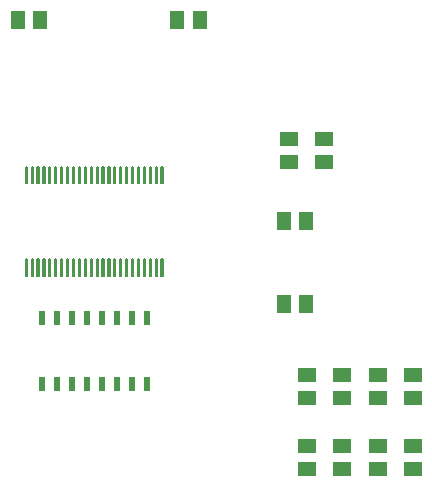
<source format=gbr>
G04 EAGLE Gerber RS-274X export*
G75*
%MOMM*%
%FSLAX34Y34*%
%LPD*%
%INSolderpaste Bottom*%
%IPPOS*%
%AMOC8*
5,1,8,0,0,1.08239X$1,22.5*%
G01*
%ADD10R,1.500000X1.300000*%
%ADD11R,0.600000X1.200000*%
%ADD12R,1.300000X1.500000*%
%ADD13C,0.198000*%


D10*
X285000Y350500D03*
X285000Y369500D03*
X315000Y350500D03*
X315000Y369500D03*
X360000Y109500D03*
X360000Y90500D03*
X390000Y109500D03*
X390000Y90500D03*
X300000Y109500D03*
X300000Y90500D03*
X330000Y109500D03*
X330000Y90500D03*
D11*
X75550Y218000D03*
X88250Y218000D03*
X100950Y218000D03*
X113650Y218000D03*
X126350Y218000D03*
X139050Y218000D03*
X151750Y218000D03*
X164450Y218000D03*
X164450Y162000D03*
X151750Y162000D03*
X139050Y162000D03*
X126350Y162000D03*
X113650Y162000D03*
X100950Y162000D03*
X88250Y162000D03*
X75550Y162000D03*
D12*
X299500Y230000D03*
X280500Y230000D03*
D10*
X330000Y169500D03*
X330000Y150500D03*
X300000Y169500D03*
X300000Y150500D03*
X390000Y169500D03*
X390000Y150500D03*
D12*
X299500Y300000D03*
X280500Y300000D03*
D10*
X360000Y169500D03*
X360000Y150500D03*
D13*
X63010Y346010D02*
X61990Y346010D01*
X63010Y346010D02*
X63010Y331990D01*
X61990Y331990D01*
X61990Y346010D01*
X61990Y333871D02*
X63010Y333871D01*
X63010Y335752D02*
X61990Y335752D01*
X61990Y337633D02*
X63010Y337633D01*
X63010Y339514D02*
X61990Y339514D01*
X61990Y341395D02*
X63010Y341395D01*
X63010Y343276D02*
X61990Y343276D01*
X61990Y345157D02*
X63010Y345157D01*
X63010Y268010D02*
X61990Y268010D01*
X63010Y268010D02*
X63010Y253990D01*
X61990Y253990D01*
X61990Y268010D01*
X61990Y255871D02*
X63010Y255871D01*
X63010Y257752D02*
X61990Y257752D01*
X61990Y259633D02*
X63010Y259633D01*
X63010Y261514D02*
X61990Y261514D01*
X61990Y263395D02*
X63010Y263395D01*
X63010Y265276D02*
X61990Y265276D01*
X61990Y267157D02*
X63010Y267157D01*
X66990Y346010D02*
X68010Y346010D01*
X68010Y331990D01*
X66990Y331990D01*
X66990Y346010D01*
X66990Y333871D02*
X68010Y333871D01*
X68010Y335752D02*
X66990Y335752D01*
X66990Y337633D02*
X68010Y337633D01*
X68010Y339514D02*
X66990Y339514D01*
X66990Y341395D02*
X68010Y341395D01*
X68010Y343276D02*
X66990Y343276D01*
X66990Y345157D02*
X68010Y345157D01*
X71990Y346010D02*
X73010Y346010D01*
X73010Y331990D01*
X71990Y331990D01*
X71990Y346010D01*
X71990Y333871D02*
X73010Y333871D01*
X73010Y335752D02*
X71990Y335752D01*
X71990Y337633D02*
X73010Y337633D01*
X73010Y339514D02*
X71990Y339514D01*
X71990Y341395D02*
X73010Y341395D01*
X73010Y343276D02*
X71990Y343276D01*
X71990Y345157D02*
X73010Y345157D01*
X76990Y346010D02*
X78010Y346010D01*
X78010Y331990D01*
X76990Y331990D01*
X76990Y346010D01*
X76990Y333871D02*
X78010Y333871D01*
X78010Y335752D02*
X76990Y335752D01*
X76990Y337633D02*
X78010Y337633D01*
X78010Y339514D02*
X76990Y339514D01*
X76990Y341395D02*
X78010Y341395D01*
X78010Y343276D02*
X76990Y343276D01*
X76990Y345157D02*
X78010Y345157D01*
X81990Y346010D02*
X83010Y346010D01*
X83010Y331990D01*
X81990Y331990D01*
X81990Y346010D01*
X81990Y333871D02*
X83010Y333871D01*
X83010Y335752D02*
X81990Y335752D01*
X81990Y337633D02*
X83010Y337633D01*
X83010Y339514D02*
X81990Y339514D01*
X81990Y341395D02*
X83010Y341395D01*
X83010Y343276D02*
X81990Y343276D01*
X81990Y345157D02*
X83010Y345157D01*
X86990Y346010D02*
X88010Y346010D01*
X88010Y331990D01*
X86990Y331990D01*
X86990Y346010D01*
X86990Y333871D02*
X88010Y333871D01*
X88010Y335752D02*
X86990Y335752D01*
X86990Y337633D02*
X88010Y337633D01*
X88010Y339514D02*
X86990Y339514D01*
X86990Y341395D02*
X88010Y341395D01*
X88010Y343276D02*
X86990Y343276D01*
X86990Y345157D02*
X88010Y345157D01*
X91990Y346010D02*
X93010Y346010D01*
X93010Y331990D01*
X91990Y331990D01*
X91990Y346010D01*
X91990Y333871D02*
X93010Y333871D01*
X93010Y335752D02*
X91990Y335752D01*
X91990Y337633D02*
X93010Y337633D01*
X93010Y339514D02*
X91990Y339514D01*
X91990Y341395D02*
X93010Y341395D01*
X93010Y343276D02*
X91990Y343276D01*
X91990Y345157D02*
X93010Y345157D01*
X96990Y346010D02*
X98010Y346010D01*
X98010Y331990D01*
X96990Y331990D01*
X96990Y346010D01*
X96990Y333871D02*
X98010Y333871D01*
X98010Y335752D02*
X96990Y335752D01*
X96990Y337633D02*
X98010Y337633D01*
X98010Y339514D02*
X96990Y339514D01*
X96990Y341395D02*
X98010Y341395D01*
X98010Y343276D02*
X96990Y343276D01*
X96990Y345157D02*
X98010Y345157D01*
X101990Y346010D02*
X103010Y346010D01*
X103010Y331990D01*
X101990Y331990D01*
X101990Y346010D01*
X101990Y333871D02*
X103010Y333871D01*
X103010Y335752D02*
X101990Y335752D01*
X101990Y337633D02*
X103010Y337633D01*
X103010Y339514D02*
X101990Y339514D01*
X101990Y341395D02*
X103010Y341395D01*
X103010Y343276D02*
X101990Y343276D01*
X101990Y345157D02*
X103010Y345157D01*
X106990Y346010D02*
X108010Y346010D01*
X108010Y331990D01*
X106990Y331990D01*
X106990Y346010D01*
X106990Y333871D02*
X108010Y333871D01*
X108010Y335752D02*
X106990Y335752D01*
X106990Y337633D02*
X108010Y337633D01*
X108010Y339514D02*
X106990Y339514D01*
X106990Y341395D02*
X108010Y341395D01*
X108010Y343276D02*
X106990Y343276D01*
X106990Y345157D02*
X108010Y345157D01*
X111990Y346010D02*
X113010Y346010D01*
X113010Y331990D01*
X111990Y331990D01*
X111990Y346010D01*
X111990Y333871D02*
X113010Y333871D01*
X113010Y335752D02*
X111990Y335752D01*
X111990Y337633D02*
X113010Y337633D01*
X113010Y339514D02*
X111990Y339514D01*
X111990Y341395D02*
X113010Y341395D01*
X113010Y343276D02*
X111990Y343276D01*
X111990Y345157D02*
X113010Y345157D01*
X116990Y346010D02*
X118010Y346010D01*
X118010Y331990D01*
X116990Y331990D01*
X116990Y346010D01*
X116990Y333871D02*
X118010Y333871D01*
X118010Y335752D02*
X116990Y335752D01*
X116990Y337633D02*
X118010Y337633D01*
X118010Y339514D02*
X116990Y339514D01*
X116990Y341395D02*
X118010Y341395D01*
X118010Y343276D02*
X116990Y343276D01*
X116990Y345157D02*
X118010Y345157D01*
X121990Y346010D02*
X123010Y346010D01*
X123010Y331990D01*
X121990Y331990D01*
X121990Y346010D01*
X121990Y333871D02*
X123010Y333871D01*
X123010Y335752D02*
X121990Y335752D01*
X121990Y337633D02*
X123010Y337633D01*
X123010Y339514D02*
X121990Y339514D01*
X121990Y341395D02*
X123010Y341395D01*
X123010Y343276D02*
X121990Y343276D01*
X121990Y345157D02*
X123010Y345157D01*
X126990Y346010D02*
X128010Y346010D01*
X128010Y331990D01*
X126990Y331990D01*
X126990Y346010D01*
X126990Y333871D02*
X128010Y333871D01*
X128010Y335752D02*
X126990Y335752D01*
X126990Y337633D02*
X128010Y337633D01*
X128010Y339514D02*
X126990Y339514D01*
X126990Y341395D02*
X128010Y341395D01*
X128010Y343276D02*
X126990Y343276D01*
X126990Y345157D02*
X128010Y345157D01*
X131990Y346010D02*
X133010Y346010D01*
X133010Y331990D01*
X131990Y331990D01*
X131990Y346010D01*
X131990Y333871D02*
X133010Y333871D01*
X133010Y335752D02*
X131990Y335752D01*
X131990Y337633D02*
X133010Y337633D01*
X133010Y339514D02*
X131990Y339514D01*
X131990Y341395D02*
X133010Y341395D01*
X133010Y343276D02*
X131990Y343276D01*
X131990Y345157D02*
X133010Y345157D01*
X136990Y346010D02*
X138010Y346010D01*
X138010Y331990D01*
X136990Y331990D01*
X136990Y346010D01*
X136990Y333871D02*
X138010Y333871D01*
X138010Y335752D02*
X136990Y335752D01*
X136990Y337633D02*
X138010Y337633D01*
X138010Y339514D02*
X136990Y339514D01*
X136990Y341395D02*
X138010Y341395D01*
X138010Y343276D02*
X136990Y343276D01*
X136990Y345157D02*
X138010Y345157D01*
X141990Y346010D02*
X143010Y346010D01*
X143010Y331990D01*
X141990Y331990D01*
X141990Y346010D01*
X141990Y333871D02*
X143010Y333871D01*
X143010Y335752D02*
X141990Y335752D01*
X141990Y337633D02*
X143010Y337633D01*
X143010Y339514D02*
X141990Y339514D01*
X141990Y341395D02*
X143010Y341395D01*
X143010Y343276D02*
X141990Y343276D01*
X141990Y345157D02*
X143010Y345157D01*
X146990Y346010D02*
X148010Y346010D01*
X148010Y331990D01*
X146990Y331990D01*
X146990Y346010D01*
X146990Y333871D02*
X148010Y333871D01*
X148010Y335752D02*
X146990Y335752D01*
X146990Y337633D02*
X148010Y337633D01*
X148010Y339514D02*
X146990Y339514D01*
X146990Y341395D02*
X148010Y341395D01*
X148010Y343276D02*
X146990Y343276D01*
X146990Y345157D02*
X148010Y345157D01*
X151990Y346010D02*
X153010Y346010D01*
X153010Y331990D01*
X151990Y331990D01*
X151990Y346010D01*
X151990Y333871D02*
X153010Y333871D01*
X153010Y335752D02*
X151990Y335752D01*
X151990Y337633D02*
X153010Y337633D01*
X153010Y339514D02*
X151990Y339514D01*
X151990Y341395D02*
X153010Y341395D01*
X153010Y343276D02*
X151990Y343276D01*
X151990Y345157D02*
X153010Y345157D01*
X156990Y346010D02*
X158010Y346010D01*
X158010Y331990D01*
X156990Y331990D01*
X156990Y346010D01*
X156990Y333871D02*
X158010Y333871D01*
X158010Y335752D02*
X156990Y335752D01*
X156990Y337633D02*
X158010Y337633D01*
X158010Y339514D02*
X156990Y339514D01*
X156990Y341395D02*
X158010Y341395D01*
X158010Y343276D02*
X156990Y343276D01*
X156990Y345157D02*
X158010Y345157D01*
X161990Y346010D02*
X163010Y346010D01*
X163010Y331990D01*
X161990Y331990D01*
X161990Y346010D01*
X161990Y333871D02*
X163010Y333871D01*
X163010Y335752D02*
X161990Y335752D01*
X161990Y337633D02*
X163010Y337633D01*
X163010Y339514D02*
X161990Y339514D01*
X161990Y341395D02*
X163010Y341395D01*
X163010Y343276D02*
X161990Y343276D01*
X161990Y345157D02*
X163010Y345157D01*
X166990Y346010D02*
X168010Y346010D01*
X168010Y331990D01*
X166990Y331990D01*
X166990Y346010D01*
X166990Y333871D02*
X168010Y333871D01*
X168010Y335752D02*
X166990Y335752D01*
X166990Y337633D02*
X168010Y337633D01*
X168010Y339514D02*
X166990Y339514D01*
X166990Y341395D02*
X168010Y341395D01*
X168010Y343276D02*
X166990Y343276D01*
X166990Y345157D02*
X168010Y345157D01*
X171990Y346010D02*
X173010Y346010D01*
X173010Y331990D01*
X171990Y331990D01*
X171990Y346010D01*
X171990Y333871D02*
X173010Y333871D01*
X173010Y335752D02*
X171990Y335752D01*
X171990Y337633D02*
X173010Y337633D01*
X173010Y339514D02*
X171990Y339514D01*
X171990Y341395D02*
X173010Y341395D01*
X173010Y343276D02*
X171990Y343276D01*
X171990Y345157D02*
X173010Y345157D01*
X176990Y346010D02*
X178010Y346010D01*
X178010Y331990D01*
X176990Y331990D01*
X176990Y346010D01*
X176990Y333871D02*
X178010Y333871D01*
X178010Y335752D02*
X176990Y335752D01*
X176990Y337633D02*
X178010Y337633D01*
X178010Y339514D02*
X176990Y339514D01*
X176990Y341395D02*
X178010Y341395D01*
X178010Y343276D02*
X176990Y343276D01*
X176990Y345157D02*
X178010Y345157D01*
X68010Y268010D02*
X66990Y268010D01*
X68010Y268010D02*
X68010Y253990D01*
X66990Y253990D01*
X66990Y268010D01*
X66990Y255871D02*
X68010Y255871D01*
X68010Y257752D02*
X66990Y257752D01*
X66990Y259633D02*
X68010Y259633D01*
X68010Y261514D02*
X66990Y261514D01*
X66990Y263395D02*
X68010Y263395D01*
X68010Y265276D02*
X66990Y265276D01*
X66990Y267157D02*
X68010Y267157D01*
X71990Y268010D02*
X73010Y268010D01*
X73010Y253990D01*
X71990Y253990D01*
X71990Y268010D01*
X71990Y255871D02*
X73010Y255871D01*
X73010Y257752D02*
X71990Y257752D01*
X71990Y259633D02*
X73010Y259633D01*
X73010Y261514D02*
X71990Y261514D01*
X71990Y263395D02*
X73010Y263395D01*
X73010Y265276D02*
X71990Y265276D01*
X71990Y267157D02*
X73010Y267157D01*
X76990Y268010D02*
X78010Y268010D01*
X78010Y253990D01*
X76990Y253990D01*
X76990Y268010D01*
X76990Y255871D02*
X78010Y255871D01*
X78010Y257752D02*
X76990Y257752D01*
X76990Y259633D02*
X78010Y259633D01*
X78010Y261514D02*
X76990Y261514D01*
X76990Y263395D02*
X78010Y263395D01*
X78010Y265276D02*
X76990Y265276D01*
X76990Y267157D02*
X78010Y267157D01*
X81990Y268010D02*
X83010Y268010D01*
X83010Y253990D01*
X81990Y253990D01*
X81990Y268010D01*
X81990Y255871D02*
X83010Y255871D01*
X83010Y257752D02*
X81990Y257752D01*
X81990Y259633D02*
X83010Y259633D01*
X83010Y261514D02*
X81990Y261514D01*
X81990Y263395D02*
X83010Y263395D01*
X83010Y265276D02*
X81990Y265276D01*
X81990Y267157D02*
X83010Y267157D01*
X86990Y268010D02*
X88010Y268010D01*
X88010Y253990D01*
X86990Y253990D01*
X86990Y268010D01*
X86990Y255871D02*
X88010Y255871D01*
X88010Y257752D02*
X86990Y257752D01*
X86990Y259633D02*
X88010Y259633D01*
X88010Y261514D02*
X86990Y261514D01*
X86990Y263395D02*
X88010Y263395D01*
X88010Y265276D02*
X86990Y265276D01*
X86990Y267157D02*
X88010Y267157D01*
X91990Y268010D02*
X93010Y268010D01*
X93010Y253990D01*
X91990Y253990D01*
X91990Y268010D01*
X91990Y255871D02*
X93010Y255871D01*
X93010Y257752D02*
X91990Y257752D01*
X91990Y259633D02*
X93010Y259633D01*
X93010Y261514D02*
X91990Y261514D01*
X91990Y263395D02*
X93010Y263395D01*
X93010Y265276D02*
X91990Y265276D01*
X91990Y267157D02*
X93010Y267157D01*
X96990Y268010D02*
X98010Y268010D01*
X98010Y253990D01*
X96990Y253990D01*
X96990Y268010D01*
X96990Y255871D02*
X98010Y255871D01*
X98010Y257752D02*
X96990Y257752D01*
X96990Y259633D02*
X98010Y259633D01*
X98010Y261514D02*
X96990Y261514D01*
X96990Y263395D02*
X98010Y263395D01*
X98010Y265276D02*
X96990Y265276D01*
X96990Y267157D02*
X98010Y267157D01*
X101990Y268010D02*
X103010Y268010D01*
X103010Y253990D01*
X101990Y253990D01*
X101990Y268010D01*
X101990Y255871D02*
X103010Y255871D01*
X103010Y257752D02*
X101990Y257752D01*
X101990Y259633D02*
X103010Y259633D01*
X103010Y261514D02*
X101990Y261514D01*
X101990Y263395D02*
X103010Y263395D01*
X103010Y265276D02*
X101990Y265276D01*
X101990Y267157D02*
X103010Y267157D01*
X106990Y268010D02*
X108010Y268010D01*
X108010Y253990D01*
X106990Y253990D01*
X106990Y268010D01*
X106990Y255871D02*
X108010Y255871D01*
X108010Y257752D02*
X106990Y257752D01*
X106990Y259633D02*
X108010Y259633D01*
X108010Y261514D02*
X106990Y261514D01*
X106990Y263395D02*
X108010Y263395D01*
X108010Y265276D02*
X106990Y265276D01*
X106990Y267157D02*
X108010Y267157D01*
X111990Y268010D02*
X113010Y268010D01*
X113010Y253990D01*
X111990Y253990D01*
X111990Y268010D01*
X111990Y255871D02*
X113010Y255871D01*
X113010Y257752D02*
X111990Y257752D01*
X111990Y259633D02*
X113010Y259633D01*
X113010Y261514D02*
X111990Y261514D01*
X111990Y263395D02*
X113010Y263395D01*
X113010Y265276D02*
X111990Y265276D01*
X111990Y267157D02*
X113010Y267157D01*
X116990Y268010D02*
X118010Y268010D01*
X118010Y253990D01*
X116990Y253990D01*
X116990Y268010D01*
X116990Y255871D02*
X118010Y255871D01*
X118010Y257752D02*
X116990Y257752D01*
X116990Y259633D02*
X118010Y259633D01*
X118010Y261514D02*
X116990Y261514D01*
X116990Y263395D02*
X118010Y263395D01*
X118010Y265276D02*
X116990Y265276D01*
X116990Y267157D02*
X118010Y267157D01*
X121990Y268010D02*
X123010Y268010D01*
X123010Y253990D01*
X121990Y253990D01*
X121990Y268010D01*
X121990Y255871D02*
X123010Y255871D01*
X123010Y257752D02*
X121990Y257752D01*
X121990Y259633D02*
X123010Y259633D01*
X123010Y261514D02*
X121990Y261514D01*
X121990Y263395D02*
X123010Y263395D01*
X123010Y265276D02*
X121990Y265276D01*
X121990Y267157D02*
X123010Y267157D01*
X126990Y268010D02*
X128010Y268010D01*
X128010Y253990D01*
X126990Y253990D01*
X126990Y268010D01*
X126990Y255871D02*
X128010Y255871D01*
X128010Y257752D02*
X126990Y257752D01*
X126990Y259633D02*
X128010Y259633D01*
X128010Y261514D02*
X126990Y261514D01*
X126990Y263395D02*
X128010Y263395D01*
X128010Y265276D02*
X126990Y265276D01*
X126990Y267157D02*
X128010Y267157D01*
X131990Y268010D02*
X133010Y268010D01*
X133010Y253990D01*
X131990Y253990D01*
X131990Y268010D01*
X131990Y255871D02*
X133010Y255871D01*
X133010Y257752D02*
X131990Y257752D01*
X131990Y259633D02*
X133010Y259633D01*
X133010Y261514D02*
X131990Y261514D01*
X131990Y263395D02*
X133010Y263395D01*
X133010Y265276D02*
X131990Y265276D01*
X131990Y267157D02*
X133010Y267157D01*
X136990Y268010D02*
X138010Y268010D01*
X138010Y253990D01*
X136990Y253990D01*
X136990Y268010D01*
X136990Y255871D02*
X138010Y255871D01*
X138010Y257752D02*
X136990Y257752D01*
X136990Y259633D02*
X138010Y259633D01*
X138010Y261514D02*
X136990Y261514D01*
X136990Y263395D02*
X138010Y263395D01*
X138010Y265276D02*
X136990Y265276D01*
X136990Y267157D02*
X138010Y267157D01*
X141990Y268010D02*
X143010Y268010D01*
X143010Y253990D01*
X141990Y253990D01*
X141990Y268010D01*
X141990Y255871D02*
X143010Y255871D01*
X143010Y257752D02*
X141990Y257752D01*
X141990Y259633D02*
X143010Y259633D01*
X143010Y261514D02*
X141990Y261514D01*
X141990Y263395D02*
X143010Y263395D01*
X143010Y265276D02*
X141990Y265276D01*
X141990Y267157D02*
X143010Y267157D01*
X146990Y268010D02*
X148010Y268010D01*
X148010Y253990D01*
X146990Y253990D01*
X146990Y268010D01*
X146990Y255871D02*
X148010Y255871D01*
X148010Y257752D02*
X146990Y257752D01*
X146990Y259633D02*
X148010Y259633D01*
X148010Y261514D02*
X146990Y261514D01*
X146990Y263395D02*
X148010Y263395D01*
X148010Y265276D02*
X146990Y265276D01*
X146990Y267157D02*
X148010Y267157D01*
X151990Y268010D02*
X153010Y268010D01*
X153010Y253990D01*
X151990Y253990D01*
X151990Y268010D01*
X151990Y255871D02*
X153010Y255871D01*
X153010Y257752D02*
X151990Y257752D01*
X151990Y259633D02*
X153010Y259633D01*
X153010Y261514D02*
X151990Y261514D01*
X151990Y263395D02*
X153010Y263395D01*
X153010Y265276D02*
X151990Y265276D01*
X151990Y267157D02*
X153010Y267157D01*
X156990Y268010D02*
X158010Y268010D01*
X158010Y253990D01*
X156990Y253990D01*
X156990Y268010D01*
X156990Y255871D02*
X158010Y255871D01*
X158010Y257752D02*
X156990Y257752D01*
X156990Y259633D02*
X158010Y259633D01*
X158010Y261514D02*
X156990Y261514D01*
X156990Y263395D02*
X158010Y263395D01*
X158010Y265276D02*
X156990Y265276D01*
X156990Y267157D02*
X158010Y267157D01*
X161990Y268010D02*
X163010Y268010D01*
X163010Y253990D01*
X161990Y253990D01*
X161990Y268010D01*
X161990Y255871D02*
X163010Y255871D01*
X163010Y257752D02*
X161990Y257752D01*
X161990Y259633D02*
X163010Y259633D01*
X163010Y261514D02*
X161990Y261514D01*
X161990Y263395D02*
X163010Y263395D01*
X163010Y265276D02*
X161990Y265276D01*
X161990Y267157D02*
X163010Y267157D01*
X166990Y268010D02*
X168010Y268010D01*
X168010Y253990D01*
X166990Y253990D01*
X166990Y268010D01*
X166990Y255871D02*
X168010Y255871D01*
X168010Y257752D02*
X166990Y257752D01*
X166990Y259633D02*
X168010Y259633D01*
X168010Y261514D02*
X166990Y261514D01*
X166990Y263395D02*
X168010Y263395D01*
X168010Y265276D02*
X166990Y265276D01*
X166990Y267157D02*
X168010Y267157D01*
X171990Y268010D02*
X173010Y268010D01*
X173010Y253990D01*
X171990Y253990D01*
X171990Y268010D01*
X171990Y255871D02*
X173010Y255871D01*
X173010Y257752D02*
X171990Y257752D01*
X171990Y259633D02*
X173010Y259633D01*
X173010Y261514D02*
X171990Y261514D01*
X171990Y263395D02*
X173010Y263395D01*
X173010Y265276D02*
X171990Y265276D01*
X171990Y267157D02*
X173010Y267157D01*
X176990Y268010D02*
X178010Y268010D01*
X178010Y253990D01*
X176990Y253990D01*
X176990Y268010D01*
X176990Y255871D02*
X178010Y255871D01*
X178010Y257752D02*
X176990Y257752D01*
X176990Y259633D02*
X178010Y259633D01*
X178010Y261514D02*
X176990Y261514D01*
X176990Y263395D02*
X178010Y263395D01*
X178010Y265276D02*
X176990Y265276D01*
X176990Y267157D02*
X178010Y267157D01*
D12*
X74500Y470000D03*
X55500Y470000D03*
X209500Y470000D03*
X190500Y470000D03*
M02*

</source>
